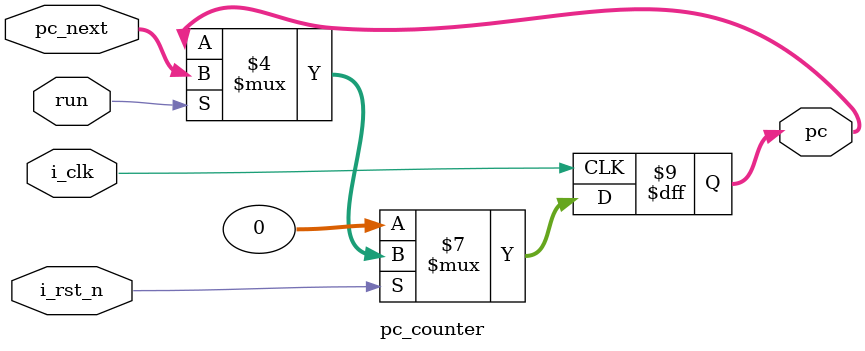
<source format=sv>
module pc_counter
(
  input logic	[31:0]	pc_next,
  input logic				run,
  input logic				i_clk,
  input logic				i_rst_n,
  
  output logic	[31:0]	pc
);
  
  always_ff @(posedge i_clk)
    if (!i_rst_n)
      pc <= 32'd0;
    else if (run)
      pc <= pc_next;
	else
      pc <= pc;

endmodule 
</source>
